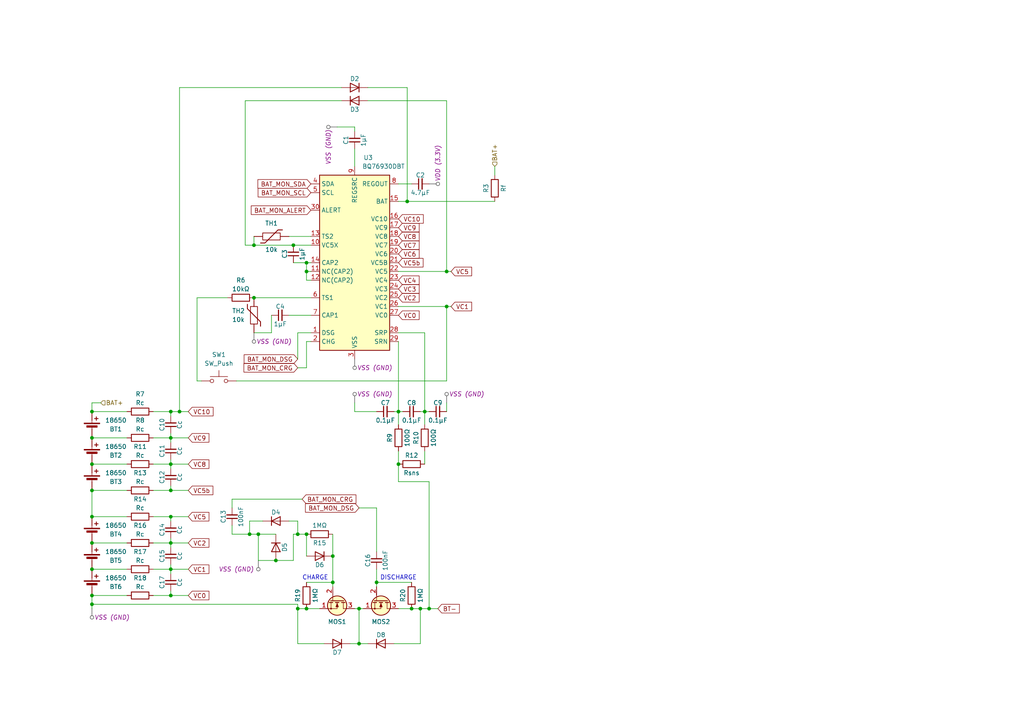
<source format=kicad_sch>
(kicad_sch (version 20231120) (generator "eeschema") (generator_version "8.0")
  (paper "A4")
  (lib_symbols
    (symbol "Battery_Management:BQ76930DBT"
      (property "Reference" "U" (at -7.62 26.67 0))
      (property "Value" "BQ76930DBT" (at 13.97 26.67 0))
      (symbol "BQ76930DBT_0_1"
        (rectangle (start -10.16 25.4) (end 10.16 -25.4) (stroke (width 0.254)) (fill (type background)))
      )
      (symbol "BQ76930DBT_1_0"
        (pin passive line (at -12.7 5.08 0) (length 2.54) (name "VC5X") (number "10"))
        (pin passive line (at -12.7 -2.54 0) (length 2.54) (name "NC(CAP2)") (number "11"))
        (pin passive line (at -12.7 -5.08 0) (length 2.54) (name "NC(CAP2)") (number "12"))
        (pin passive line (at -12.7 7.62 0) (length 2.54) (name "TS2") (number "13"))
        (pin passive line (at -12.7 0 0) (length 2.54) (name "CAP2") (number "14"))
        (pin input line (at 12.7 17.78 180) (length 2.54) (name "BAT") (number "15"))
        (pin input line (at 12.7 12.7 180) (length 2.54) (name "VC10") (number "16"))
        (pin input line (at 12.7 10.16 180) (length 2.54) (name "VC9") (number "17"))
        (pin input line (at 12.7 7.62 180) (length 2.54) (name "VC8") (number "18"))
        (pin input line (at 12.7 5.08 180) (length 2.54) (name "VC7") (number "19"))
        (pin input line (at 12.7 2.54 180) (length 2.54) (name "VC6") (number "20"))
        (pin input line (at 12.7 0 180) (length 2.54) (name "VC5B") (number "21"))
        (pin input line (at 12.7 -2.54 180) (length 2.54) (name "VC5") (number "22"))
        (pin input line (at 12.7 -5.08 180) (length 2.54) (name "VC4") (number "23"))
        (pin input line (at 12.7 -7.62 180) (length 2.54) (name "VC3") (number "24"))
        (pin input line (at 12.7 -10.16 180) (length 2.54) (name "VC2") (number "25"))
        (pin input line (at 12.7 -12.7 180) (length 2.54) (name "VC1") (number "26"))
        (pin input line (at 12.7 -15.24 180) (length 2.54) (name "VC0") (number "27"))
        (pin input line (at 12.7 -20.32 180) (length 2.54) (name "SRP") (number "28"))
        (pin input line (at 12.7 -22.86 180) (length 2.54) (name "SRN") (number "29"))
        (pin bidirectional line (at -12.7 15.24 0) (length 2.54) (name "ALERT") (number "30"))
        (pin passive line (at -12.7 -10.16 0) (length 2.54) (name "TS1") (number "6"))
        (pin passive line (at -12.7 -15.24 0) (length 2.54) (name "CAP1") (number "7"))
        (pin power_out line (at 12.7 22.86 180) (length 2.54) (name "REGOUT") (number "8"))
        (pin power_in line (at 0 27.94 270) (length 2.54) (name "REGSRC") (number "9"))
      )
      (symbol "BQ76930DBT_1_1"
        (pin output line (at -12.7 -20.32 0) (length 2.54) (name "DSG") (number "1"))
        (pin output line (at -12.7 -22.86 0) (length 2.54) (name "CHG") (number "2"))
        (pin power_in line (at 0 -27.94 90) (length 2.54) (name "VSS") (number "3"))
        (pin bidirectional line (at -12.7 22.86 0) (length 2.54) (name "SDA") (number "4"))
        (pin input line (at -12.7 20.32 0) (length 2.54) (name "SCL") (number "5"))
      )
    )
    (symbol "Device:Battery_Cell" (pin_numbers hide) (pin_names (offset 0) hide)
      (property "Reference" "BT" (at 2.54 2.54 0))
      (property "Value" "Battery_Cell" (at 2.54 0 0))
      (symbol "Battery_Cell_0_1"
        (rectangle (start -2.286 1.778) (end 2.286 1.524) (fill (type outline)))
        (rectangle (start -1.524 1.016) (end 1.524 0.508) (fill (type outline)))
        (polyline (pts (xy 0 0.762) (xy 0 0)))
        (polyline (pts (xy 0 1.778) (xy 0 2.54)))
        (polyline (pts (xy 0.762 3.048) (xy 1.778 3.048)) (stroke (width 0.254)))
        (polyline (pts (xy 1.27 3.556) (xy 1.27 2.54)) (stroke (width 0.254)))
      )
      (symbol "Battery_Cell_1_1"
        (pin passive line (at 0 5.08 270) (length 2.54) (name "+") (number "1"))
        (pin passive line (at 0 -2.54 90) (length 2.54) (name "-") (number "2"))
      )
    )
    (symbol "Device:C_Small" (pin_numbers hide) (pin_names (offset 0.254) hide)
      (property "Reference" "C" (at 0.254 1.778 0))
      (property "Value" "C_Small" (at 0.254 -2.032 0))
      (symbol "C_Small_0_1"
        (polyline (pts (xy -1.524 -0.508) (xy 1.524 -0.508)) (stroke (width 0.3302)))
        (polyline (pts (xy -1.524 0.508) (xy 1.524 0.508)) (stroke (width 0.3048)))
      )
      (symbol "C_Small_1_1"
        (pin passive line (at 0 2.54 270) (length 2.032) (name "~") (number "1"))
        (pin passive line (at 0 -2.54 90) (length 2.032) (name "~") (number "2"))
      )
    )
    (symbol "Device:D" (pin_numbers hide) (pin_names (offset 1.016) hide)
      (property "Reference" "D" (at 0 2.54 0))
      (property "Value" "D" (at 0 -2.54 0))
      (symbol "D_0_1"
        (polyline (pts (xy -1.27 1.27) (xy -1.27 -1.27)) (stroke (width 0.254)))
        (polyline (pts (xy 1.27 0) (xy -1.27 0)))
        (polyline (pts (xy 1.27 1.27) (xy 1.27 -1.27) (xy -1.27 0) (xy 1.27 1.27)) (stroke (width 0.254)))
      )
      (symbol "D_1_1"
        (pin passive line (at -3.81 0 0) (length 2.54) (name "K") (number "1"))
        (pin passive line (at 3.81 0 180) (length 2.54) (name "A") (number "2"))
      )
    )
    (symbol "Device:Thermistor" (pin_numbers hide) (pin_names (offset 0))
      (property "Reference" "TH" (at 2.54 1.27 90))
      (property "Value" "Thermistor" (at -2.54 0 90))
      (symbol "Thermistor_0_1"
        (rectangle (start -1.016 2.54) (end 1.016 -2.54) (stroke (width 0.2032)))
        (polyline (pts (xy -1.905 3.175) (xy -1.905 1.905) (xy 1.905 -1.905) (xy 1.905 -3.175) (xy 1.905 -3.175)) (stroke (width 0.254)))
      )
      (symbol "Thermistor_1_1"
        (pin passive line (at 0 5.08 270) (length 2.54) (name "~") (number "1"))
        (pin passive line (at 0 -5.08 90) (length 2.54) (name "~") (number "2"))
      )
    )
    (symbol "PCM_Transistor_MOSFET_AKL:2N6660" (pin_names hide)
      (property "Reference" "Q" (at 5.08 1.27 0))
      (property "Value" "2N6660" (at 5.08 -1.27 0))
      (symbol "2N6660_0_1"
        (polyline (pts (xy 0.254 -1.27) (xy -2.54 -1.27)))
        (polyline (pts (xy 0.254 1.905) (xy 0.254 -1.905)) (stroke (width 0.254)))
        (polyline (pts (xy 0.762 -1.778) (xy 2.54 -1.778)))
        (polyline (pts (xy 0.762 -1.27) (xy 0.762 -2.286)) (stroke (width 0.254)))
        (polyline (pts (xy 0.762 0.508) (xy 0.762 -0.508)) (stroke (width 0.254)))
        (polyline (pts (xy 0.762 2.286) (xy 0.762 1.27)) (stroke (width 0.254)))
        (polyline (pts (xy 2.54 1.778) (xy 0.762 1.778)))
        (polyline (pts (xy 2.54 2.54) (xy 2.54 1.778)))
        (polyline (pts (xy 2.54 -2.54) (xy 2.54 0) (xy 0.762 0)))
        (polyline (pts (xy 1.016 0) (xy 2.032 0.381) (xy 2.032 -0.381) (xy 1.016 0)) (fill (type outline)))
        (circle (center 1.651 0) (radius 2.794) (stroke (width 0.254)) (fill (type background)))
        (circle (center 2.54 -1.778) (radius 0.1778) (fill (type outline)))
      )
      (symbol "2N6660_1_1"
        (pin passive line (at 2.54 -5.08 90) (length 2.54) (name "S") (number "1"))
        (pin input line (at -3.81 -1.27 0) (length 2.54) (name "G") (number "2"))
        (pin passive line (at 2.54 5.08 270) (length 2.54) (name "D") (number "3"))
      )
    )
    (symbol "ScottoKeebs:Placeholder_Resistor" (pin_numbers hide) (pin_names (offset 0))
      (property "Reference" "R" (at 0 2.032 0))
      (property "Value" "Resistor" (at 0 -2.54 0))
      (symbol "Placeholder_Resistor_0_1"
        (rectangle (start 2.54 -1.016) (end -2.54 1.016) (stroke (width 0.254)))
      )
      (symbol "Placeholder_Resistor_1_1"
        (pin passive line (at -3.81 0 0) (length 1.27) (name "~") (number "1"))
        (pin passive line (at 3.81 0 180) (length 1.27) (name "~") (number "2"))
      )
    )
    (symbol "Switch:SW_Push" (pin_numbers hide) (pin_names (offset 1.016) hide)
      (property "Reference" "SW" (at 1.27 2.54 0))
      (property "Value" "SW_Push" (at 0 -1.524 0))
      (symbol "SW_Push_0_1"
        (circle (center -2.032 0) (radius 0.508))
        (polyline (pts (xy 0 1.27) (xy 0 3.048)))
        (polyline (pts (xy 2.54 1.27) (xy -2.54 1.27)))
        (circle (center 2.032 0) (radius 0.508))
        (pin passive line (at -5.08 0 0) (length 2.54) (name "1") (number "1"))
        (pin passive line (at 5.08 0 180) (length 2.54) (name "2") (number "2"))
      )
    )
  )
  (junction (at 26.67 175.26))
  (junction (at 26.67 127))
  (junction (at 88.9 76.2))
  (junction (at 49.53 157.48))
  (junction (at 96.52 168.91))
  (junction (at 26.67 157.48))
  (junction (at 72.39 154.94))
  (junction (at 26.67 172.72))
  (junction (at 129.54 88.9))
  (junction (at 49.53 165.1))
  (junction (at 26.67 165.1))
  (junction (at 26.67 119.38))
  (junction (at 26.67 142.24))
  (junction (at 49.53 149.86))
  (junction (at 124.46 176.53))
  (junction (at 88.9 78.74))
  (junction (at 49.53 172.72))
  (junction (at 104.14 176.53))
  (junction (at 49.53 127))
  (junction (at 26.67 149.86))
  (junction (at 119.38 176.53))
  (junction (at 73.66 71.12))
  (junction (at 80.01 162.56))
  (junction (at 88.9 176.53))
  (junction (at 73.66 86.36))
  (junction (at 86.36 154.94))
  (junction (at 74.93 154.94))
  (junction (at 123.19 119.38))
  (junction (at 49.53 119.38))
  (junction (at 129.54 78.74))
  (junction (at 115.57 119.38))
  (junction (at 96.52 161.29))
  (junction (at 86.36 176.53))
  (junction (at 88.9 154.94))
  (junction (at 49.53 134.62))
  (junction (at 109.22 168.91))
  (junction (at 104.14 186.69))
  (junction (at 49.53 142.24))
  (junction (at 26.67 134.62))
  (junction (at 118.11 58.42))
  (junction (at 115.57 134.62))
  (junction (at 85.09 71.12))
  (junction (at 52.07 119.38))
  (junction (at 121.92 176.53))
  (wire (pts (xy 26.67 165.1) (xy 36.83 165.1)))
  (wire (pts (xy 67.31 144.78) (xy 67.31 147.32)))
  (wire (pts (xy 104.14 176.53) (xy 105.41 176.53)))
  (wire (pts (xy 26.67 119.38) (xy 26.67 116.84)))
  (wire (pts (xy 44.45 165.1) (xy 49.53 165.1)))
  (wire (pts (xy 86.36 154.94) (xy 86.36 151.13)))
  (wire (pts (xy 26.67 119.38) (xy 36.83 119.38)))
  (wire (pts (xy 44.45 142.24) (xy 49.53 142.24)))
  (wire (pts (xy 115.57 96.52) (xy 123.19 96.52)))
  (wire (pts (xy 26.67 172.72) (xy 36.83 172.72)))
  (wire (pts (xy 86.36 154.94) (xy 88.9 154.94)))
  (wire (pts (xy 129.54 78.74) (xy 129.54 29.21)))
  (wire (pts (xy 49.53 119.38) (xy 52.07 119.38)))
  (wire (pts (xy 96.52 154.94) (xy 96.52 161.29)))
  (wire (pts (xy 129.54 29.21) (xy 106.68 29.21)))
  (wire (pts (xy 85.09 76.2) (xy 88.9 76.2)))
  (wire (pts (xy 123.19 119.38) (xy 121.92 119.38)))
  (wire (pts (xy 73.66 71.12) (xy 85.09 71.12)))
  (wire (pts (xy 88.9 106.68) (xy 88.9 99.06)))
  (wire (pts (xy 87.63 144.78) (xy 67.31 144.78)))
  (wire (pts (xy 49.53 171.45) (xy 49.53 172.72)))
  (wire (pts (xy 101.6 186.69) (xy 104.14 186.69)))
  (wire (pts (xy 44.45 172.72) (xy 49.53 172.72)))
  (wire (pts (xy 85.09 154.94) (xy 85.09 162.56)))
  (wire (pts (xy 104.14 176.53) (xy 104.14 186.69)))
  (wire (pts (xy 115.57 176.53) (xy 119.38 176.53)))
  (wire (pts (xy 118.11 25.4) (xy 118.11 58.42)))
  (wire (pts (xy 102.87 43.18) (xy 102.87 48.26)))
  (wire (pts (xy 129.54 116.84) (xy 129.54 119.38)))
  (wire (pts (xy 71.12 29.21) (xy 71.12 71.12)))
  (wire (pts (xy 71.12 71.12) (xy 73.66 71.12)))
  (wire (pts (xy 129.54 88.9) (xy 130.81 88.9)))
  (wire (pts (xy 129.54 78.74) (xy 130.81 78.74)))
  (wire (pts (xy 44.45 149.86) (xy 49.53 149.86)))
  (wire (pts (xy 72.39 154.94) (xy 74.93 154.94)))
  (wire (pts (xy 123.19 130.81) (xy 123.19 134.62)))
  (wire (pts (xy 26.67 172.72) (xy 26.67 175.26)))
  (wire (pts (xy 102.87 36.83) (xy 102.87 38.1)))
  (wire (pts (xy 44.45 119.38) (xy 49.53 119.38)))
  (wire (pts (xy 85.09 71.12) (xy 90.17 71.12)))
  (wire (pts (xy 26.67 149.86) (xy 36.83 149.86)))
  (wire (pts (xy 49.53 142.24) (xy 54.61 142.24)))
  (wire (pts (xy 78.74 96.52) (xy 73.66 96.52)))
  (wire (pts (xy 86.36 175.26) (xy 86.36 176.53)))
  (wire (pts (xy 49.53 172.72) (xy 54.61 172.72)))
  (wire (pts (xy 26.67 127) (xy 36.83 127)))
  (wire (pts (xy 78.74 91.44) (xy 78.74 96.52)))
  (wire (pts (xy 118.11 58.42) (xy 143.51 58.42)))
  (wire (pts (xy 49.53 140.97) (xy 49.53 142.24)))
  (wire (pts (xy 88.9 168.91) (xy 96.52 168.91)))
  (wire (pts (xy 52.07 119.38) (xy 52.07 25.4)))
  (wire (pts (xy 49.53 119.38) (xy 49.53 120.65)))
  (wire (pts (xy 119.38 176.53) (xy 121.92 176.53)))
  (wire (pts (xy 52.07 25.4) (xy 99.06 25.4)))
  (wire (pts (xy 26.67 142.24) (xy 26.67 149.86)))
  (wire (pts (xy 114.3 119.38) (xy 115.57 119.38)))
  (wire (pts (xy 88.9 154.94) (xy 88.9 161.29)))
  (wire (pts (xy 88.9 78.74) (xy 90.17 78.74)))
  (wire (pts (xy 49.53 157.48) (xy 54.61 157.48)))
  (wire (pts (xy 68.58 110.49) (xy 129.54 110.49)))
  (wire (pts (xy 57.15 110.49) (xy 58.42 110.49)))
  (wire (pts (xy 86.36 176.53) (xy 86.36 186.69)))
  (wire (pts (xy 118.11 58.42) (xy 115.57 58.42)))
  (wire (pts (xy 124.46 176.53) (xy 127 176.53)))
  (wire (pts (xy 26.67 116.84) (xy 29.21 116.84)))
  (wire (pts (xy 49.53 125.73) (xy 49.53 127)))
  (wire (pts (xy 97.79 36.83) (xy 102.87 36.83)))
  (wire (pts (xy 115.57 119.38) (xy 116.84 119.38)))
  (wire (pts (xy 115.57 130.81) (xy 115.57 134.62)))
  (wire (pts (xy 86.36 176.53) (xy 88.9 176.53)))
  (wire (pts (xy 74.93 162.56) (xy 74.93 154.94)))
  (wire (pts (xy 124.46 176.53) (xy 121.92 176.53)))
  (wire (pts (xy 44.45 134.62) (xy 49.53 134.62)))
  (wire (pts (xy 49.53 157.48) (xy 49.53 158.75)))
  (wire (pts (xy 88.9 99.06) (xy 90.17 99.06)))
  (wire (pts (xy 115.57 139.7) (xy 124.46 139.7)))
  (wire (pts (xy 86.36 186.69) (xy 93.98 186.69)))
  (wire (pts (xy 115.57 134.62) (xy 115.57 139.7)))
  (wire (pts (xy 123.19 119.38) (xy 123.19 123.19)))
  (wire (pts (xy 96.52 161.29) (xy 96.52 168.91)))
  (wire (pts (xy 88.9 78.74) (xy 88.9 81.28)))
  (wire (pts (xy 49.53 163.83) (xy 49.53 165.1)))
  (wire (pts (xy 73.66 68.58) (xy 73.66 71.12)))
  (wire (pts (xy 88.9 76.2) (xy 88.9 78.74)))
  (wire (pts (xy 109.22 170.18) (xy 109.22 168.91)))
  (wire (pts (xy 129.54 88.9) (xy 115.57 88.9)))
  (wire (pts (xy 124.46 139.7) (xy 124.46 176.53)))
  (wire (pts (xy 96.52 170.18) (xy 96.52 168.91)))
  (wire (pts (xy 86.36 154.94) (xy 85.09 154.94)))
  (wire (pts (xy 52.07 119.38) (xy 54.61 119.38)))
  (wire (pts (xy 49.53 127) (xy 54.61 127)))
  (wire (pts (xy 49.53 134.62) (xy 49.53 135.89)))
  (wire (pts (xy 109.22 168.91) (xy 119.38 168.91)))
  (wire (pts (xy 44.45 127) (xy 49.53 127)))
  (wire (pts (xy 109.22 147.32) (xy 109.22 160.02)))
  (wire (pts (xy 67.31 152.4) (xy 67.31 154.94)))
  (wire (pts (xy 49.53 133.35) (xy 49.53 134.62)))
  (wire (pts (xy 80.01 162.56) (xy 85.09 162.56)))
  (wire (pts (xy 86.36 151.13) (xy 83.82 151.13)))
  (wire (pts (xy 26.67 175.26) (xy 26.67 176.53)))
  (wire (pts (xy 106.68 25.4) (xy 118.11 25.4)))
  (wire (pts (xy 104.14 186.69) (xy 106.68 186.69)))
  (wire (pts (xy 99.06 29.21) (xy 71.12 29.21)))
  (wire (pts (xy 74.93 162.56) (xy 80.01 162.56)))
  (wire (pts (xy 57.15 86.36) (xy 66.04 86.36)))
  (wire (pts (xy 49.53 127) (xy 49.53 128.27)))
  (wire (pts (xy 26.67 134.62) (xy 36.83 134.62)))
  (wire (pts (xy 49.53 134.62) (xy 54.61 134.62)))
  (wire (pts (xy 26.67 142.24) (xy 36.83 142.24)))
  (wire (pts (xy 123.19 119.38) (xy 124.46 119.38)))
  (wire (pts (xy 57.15 110.49) (xy 57.15 86.36)))
  (wire (pts (xy 83.82 68.58) (xy 90.17 68.58)))
  (wire (pts (xy 49.53 156.21) (xy 49.53 157.48)))
  (wire (pts (xy 76.2 151.13) (xy 72.39 151.13)))
  (wire (pts (xy 115.57 119.38) (xy 115.57 123.19)))
  (wire (pts (xy 49.53 149.86) (xy 54.61 149.86)))
  (wire (pts (xy 115.57 99.06) (xy 115.57 119.38)))
  (wire (pts (xy 102.87 116.84) (xy 102.87 119.38)))
  (wire (pts (xy 72.39 151.13) (xy 72.39 154.94)))
  (wire (pts (xy 44.45 157.48) (xy 49.53 157.48)))
  (wire (pts (xy 102.87 119.38) (xy 109.22 119.38)))
  (wire (pts (xy 109.22 147.32) (xy 104.14 147.32)))
  (wire (pts (xy 88.9 76.2) (xy 90.17 76.2)))
  (wire (pts (xy 49.53 165.1) (xy 49.53 166.37)))
  (wire (pts (xy 88.9 81.28) (xy 90.17 81.28)))
  (wire (pts (xy 86.36 106.68) (xy 88.9 106.68)))
  (wire (pts (xy 83.82 91.44) (xy 90.17 91.44)))
  (wire (pts (xy 88.9 176.53) (xy 92.71 176.53)))
  (wire (pts (xy 115.57 53.34) (xy 119.38 53.34)))
  (wire (pts (xy 73.66 86.36) (xy 90.17 86.36)))
  (wire (pts (xy 143.51 48.26) (xy 143.51 50.8)))
  (wire (pts (xy 129.54 110.49) (xy 129.54 88.9)))
  (wire (pts (xy 49.53 165.1) (xy 54.61 165.1)))
  (wire (pts (xy 26.67 157.48) (xy 36.83 157.48)))
  (wire (pts (xy 26.67 175.26) (xy 86.36 175.26)))
  (wire (pts (xy 121.92 186.69) (xy 114.3 186.69)))
  (wire (pts (xy 121.92 176.53) (xy 121.92 186.69)))
  (wire (pts (xy 86.36 96.52) (xy 90.17 96.52)))
  (wire (pts (xy 123.19 96.52) (xy 123.19 119.38)))
  (wire (pts (xy 86.36 104.14) (xy 86.36 96.52)))
  (wire (pts (xy 115.57 78.74) (xy 129.54 78.74)))
  (wire (pts (xy 72.39 154.94) (xy 67.31 154.94)))
  (wire (pts (xy 109.22 165.1) (xy 109.22 168.91)))
  (wire (pts (xy 74.93 154.94) (xy 80.01 154.94)))
  (wire (pts (xy 102.87 176.53) (xy 104.14 176.53)))
  (wire (pts (xy 49.53 149.86) (xy 49.53 151.13)))
  (text "DISCHARGE" (at 115.57 167.64 0) (effects (font (size 1.27 1.27))))
  (text "CHARGE" (at 91.44 167.64 0) (effects (font (size 1.27 1.27))))
  (global_label "VC8" (shape input) (at 54.61 134.62 0) (property "Intersheetrefs" "${INTERSHEET_REFS}" (at 61.1633 134.62 0) (effects (justify left))))
  (global_label "BAT_MON_SDA" (shape input) (at 90.17 53.34 180) (property "Intersheetrefs" "${INTERSHEET_REFS}" (at 74.2429 53.34 0) (effects (justify right))))
  (global_label "VC2" (shape input) (at 115.57 86.36 0) (property "Intersheetrefs" "${INTERSHEET_REFS}" (at 122.1233 86.36 0) (effects (justify left))))
  (global_label "VC9" (shape input) (at 54.61 127 0) (property "Intersheetrefs" "${INTERSHEET_REFS}" (at 61.1633 127 0) (effects (justify left))))
  (global_label "BT-" (shape input) (at 127 176.53 0) (property "Intersheetrefs" "${INTERSHEET_REFS}" (at 133.7952 176.53 0) (effects (justify left))))
  (global_label "VC3" (shape input) (at 115.57 83.82 0) (property "Intersheetrefs" "${INTERSHEET_REFS}" (at 122.1233 83.82 0) (effects (justify left))))
  (global_label "VC6" (shape input) (at 115.57 73.66 0) (property "Intersheetrefs" "${INTERSHEET_REFS}" (at 122.1233 73.66 0) (effects (justify left))))
  (global_label "BAT_MON_DSG" (shape input) (at 104.14 147.32 180) (property "Intersheetrefs" "${INTERSHEET_REFS}" (at 88.0315 147.32 0) (effects (justify right))))
  (global_label "BAT_MON_CRG" (shape input) (at 87.63 144.78 0) (property "Intersheetrefs" "${INTERSHEET_REFS}" (at 103.799 144.78 0) (effects (justify left))))
  (global_label "VC9" (shape input) (at 115.57 66.04 0) (property "Intersheetrefs" "${INTERSHEET_REFS}" (at 122.1233 66.04 0) (effects (justify left))))
  (global_label "VC0" (shape input) (at 115.57 91.44 0) (property "Intersheetrefs" "${INTERSHEET_REFS}" (at 122.1233 91.44 0) (effects (justify left))))
  (global_label "VC10" (shape input) (at 115.57 63.5 0) (property "Intersheetrefs" "${INTERSHEET_REFS}" (at 123.3328 63.5 0) (effects (justify left))))
  (global_label "VC1" (shape input) (at 130.81 88.9 0) (property "Intersheetrefs" "${INTERSHEET_REFS}" (at 137.3633 88.9 0) (effects (justify left))))
  (global_label "BAT_MON_ALERT" (shape input) (at 90.17 60.96 180) (property "Intersheetrefs" "${INTERSHEET_REFS}" (at 72.3077 60.96 0) (effects (justify right))))
  (global_label "VC5" (shape input) (at 130.81 78.74 0) (property "Intersheetrefs" "${INTERSHEET_REFS}" (at 137.3633 78.74 0) (effects (justify left))))
  (global_label "VC7" (shape input) (at 115.57 71.12 0) (property "Intersheetrefs" "${INTERSHEET_REFS}" (at 122.1233 71.12 0) (effects (justify left))))
  (global_label "BAT_MON_DSG" (shape input) (at 86.36 104.14 180) (property "Intersheetrefs" "${INTERSHEET_REFS}" (at 70.2515 105.41 0) (effects (justify right))))
  (global_label "VC0" (shape input) (at 54.61 172.72 0) (property "Intersheetrefs" "${INTERSHEET_REFS}" (at 61.1633 172.72 0) (effects (justify left))))
  (global_label "VC10" (shape input) (at 54.61 119.38 0) (property "Intersheetrefs" "${INTERSHEET_REFS}" (at 62.3728 119.38 0) (effects (justify left))))
  (global_label "VC4" (shape input) (at 115.57 81.28 0) (property "Intersheetrefs" "${INTERSHEET_REFS}" (at 122.1233 81.28 0) (effects (justify left))))
  (global_label "VC2" (shape input) (at 54.61 157.48 0) (property "Intersheetrefs" "${INTERSHEET_REFS}" (at 61.1633 157.48 0) (effects (justify left))))
  (global_label "VC5" (shape input) (at 54.61 149.86 0) (property "Intersheetrefs" "${INTERSHEET_REFS}" (at 61.1633 149.86 0) (effects (justify left))))
  (global_label "VC1" (shape input) (at 54.61 165.1 0) (property "Intersheetrefs" "${INTERSHEET_REFS}" (at 61.1633 165.1 0) (effects (justify left))))
  (global_label "BAT_MON_SCL" (shape input) (at 90.17 55.88 180) (property "Intersheetrefs" "${INTERSHEET_REFS}" (at 74.3034 55.88 0) (effects (justify right))))
  (global_label "VC8" (shape input) (at 115.57 68.58 0) (property "Intersheetrefs" "${INTERSHEET_REFS}" (at 122.1233 68.58 0) (effects (justify left))))
  (global_label "BAT_MON_CRG" (shape input) (at 86.36 106.68 180) (property "Intersheetrefs" "${INTERSHEET_REFS}" (at 70.191 106.68 0) (effects (justify right))))
  (global_label "VC5b" (shape input) (at 54.61 142.24 0) (property "Intersheetrefs" "${INTERSHEET_REFS}" (at 62.3123 142.24 0) (effects (justify left))))
  (global_label "VC5b" (shape input) (at 115.57 76.2 0) (property "Intersheetrefs" "${INTERSHEET_REFS}" (at 123.2723 76.2 0) (effects (justify left))))
  (hierarchical_label "BAT+" (shape input) (at 143.51 48.26 90))
  (hierarchical_label "BAT+" (shape input) (at 29.21 116.84 0))
  (netclass_flag "" (length 2.54) (shape round) (at 74.93 162.56 180) (property "Netclass" "VSS (GND)" (at 73.66 165.1 0) (effects (font (italic yes)) (justify right))))
  (netclass_flag "" (length 2.54) (shape round) (at 102.87 116.84 0) (property "Netclass" "VSS (GND)" (at 103.5685 114.3 0) (effects (font (italic yes)) (justify left))))
  (netclass_flag "" (length 2.54) (shape round) (at 124.46 53.34 270) (property "Netclass" "VDD (3.3V)" (at 127 52.6415 90) (effects (font (italic yes)) (justify left))))
  (netclass_flag "" (length 2.54) (shape round) (at 26.67 176.53 180) (property "Netclass" "VSS (GND)" (at 27.3685 179.07 0) (effects (font (italic yes)) (justify left))))
  (netclass_flag "" (length 2.54) (shape round) (at 129.54 116.84 0) (property "Netclass" "VSS (GND)" (at 130.2385 114.3 0) (effects (font (italic yes)) (justify left))))
  (netclass_flag "" (length 2.54) (shape round) (at 73.66 96.52 180) (property "Netclass" "VSS (GND)" (at 74.3585 99.06 0) (effects (font (italic yes)) (justify left))))
  (netclass_flag "" (length 2.54) (shape round) (at 102.87 104.14 180) (property "Netclass" "VSS (GND)" (at 103.5685 106.68 0) (effects (font (italic yes)) (justify left))))
  (netclass_flag "" (length 2.54) (shape round) (at 97.79 36.83 90) (property "Netclass" "VSS (GND)" (at 95.25 37.5285 90) (effects (font (italic yes)) (justify right))))
  (symbol (lib_id "Device:C_Small") (at 49.53 130.81 180) (unit 1)
    (property "Reference" "C11" (at 46.99 130.81 90))
    (property "Value" "Cc" (at 52.07 130.81 90))
    (property "Description" "Unpolarized capacitor, small symbol" (effects (hide yes)))
  )
  (symbol (lib_id "ScottoKeebs:Placeholder_Resistor") (at 119.38 134.62 0) (unit 1)
    (property "Reference" "R12" (at 119.38 132.08 0))
    (property "Value" "Rsns" (at 119.38 137.16 0))
    (property "Description" "Resistor" (effects (hide yes)))
  )
  (symbol (lib_id "Battery_Management:BQ76930DBT") (at 102.87 76.2 0) (unit 1)
    (property "Reference" "U3" (at 105.41 45.72 0) (effects (justify left)))
    (property "Value" "BQ76930DBT" (at 105.0641 48.26 0) (effects (justify left)))
    (property "Footprint" "Package_SO:TSSOP-30_4.4x7.8mm_P0.5mm" (effects (hide yes)))
    (property "Datasheet" "http://www.ti.com/lit/ds/symlink/bq76930.pdf" (effects (hide yes)))
    (property "Description" "Lithium battery monitor, 6-10 cells, integrated balancing, I2C interface, TSSOP-30" (effects (hide yes)))
  )
  (symbol (lib_id "Device:C_Small") (at 49.53 153.67 180) (unit 1)
    (property "Reference" "C14" (at 46.99 153.67 90))
    (property "Value" "Cc" (at 52.07 153.67 90))
    (property "Description" "Unpolarized capacitor, small symbol" (effects (hide yes)))
  )
  (symbol (lib_id "Device:C_Small") (at 85.09 73.66 180) (unit 1)
    (property "Reference" "C3" (at 82.55 73.66 90))
    (property "Value" "1µF" (at 87.63 73.66 90))
    (property "Description" "Unpolarized capacitor, small symbol" (effects (hide yes)))
  )
  (symbol (lib_id "Device:C_Small") (at 67.31 149.86 180) (unit 1)
    (property "Reference" "C13" (at 64.77 149.86 90))
    (property "Value" "100nF" (at 69.85 149.86 90))
    (property "Description" "Unpolarized capacitor, small symbol" (effects (hide yes)))
  )
  (symbol (lib_id "Device:C_Small") (at 119.38 119.38 90) (unit 1)
    (property "Reference" "C8" (at 119.38 116.84 90))
    (property "Value" "0.1µF" (at 119.38 121.92 90))
    (property "Description" "Unpolarized capacitor, small symbol" (effects (hide yes)))
  )
  (symbol (lib_id "PCM_Transistor_MOSFET_AKL:2N6660") (at 97.79 173.99 270) (unit 1)
    (property "Reference" "MOS1" (at 97.79 180.34 90))
    (property "Value" "2N6660" (effects (hide yes)))
    (property "Footprint" "Package_TO_SOT_THT_AKL:TO-39-3_SGD" (effects (hide yes)))
    (property "Datasheet" "https://www.tme.eu/Document/5ed933c46c767af29b5a52c786b35e4a/2N6660.pdf" (effects (hide yes)))
    (property "Description" "TO-39 N-MOSFET enchancement mode transistor, 60V, 410mA, 6.25W, Alternate KiCAD Library" (effects (hide yes)))
  )
  (symbol (lib_id "Device:C_Small") (at 81.28 91.44 90) (unit 1)
    (property "Reference" "C4" (at 81.28 88.9 90))
    (property "Value" "1µF" (at 81.28 93.98 90))
    (property "Description" "Unpolarized capacitor, small symbol" (effects (hide yes)))
  )
  (symbol (lib_id "ScottoKeebs:Placeholder_Resistor") (at 40.64 149.86 180) (unit 1)
    (property "Reference" "R14" (at 40.64 144.78 0))
    (property "Value" "Rc" (at 40.64 147.32 0))
    (property "Description" "Resistor" (effects (hide yes)))
  )
  (symbol (lib_id "Device:D") (at 102.87 25.4 180) (unit 1)
    (property "Reference" "D2" (at 102.87 22.86 0))
    (property "Value" "D" (effects (hide yes)))
    (property "Description" "Diode" (effects (hide yes)))
    (property "Sim.Device" "D" (effects (hide yes)))
    (property "Sim.Pins" "1=K 2=A" (effects (hide yes)))
  )
  (symbol (lib_id "Device:Thermistor") (at 73.66 91.44 180) (unit 1)
    (property "Reference" "TH2" (at 67.31 90.17 0) (effects (justify right)))
    (property "Value" "10k" (at 67.31 92.71 0) (effects (justify right)))
    (property "Description" "Temperature dependent resistor" (effects (hide yes)))
  )
  (symbol (lib_id "ScottoKeebs:Placeholder_Resistor") (at 143.51 54.61 270) (unit 1)
    (property "Reference" "R3" (at 140.97 54.61 0))
    (property "Value" "Rf" (at 146.05 54.61 0))
    (property "Description" "Resistor" (effects (hide yes)))
  )
  (symbol (lib_id "Device:C_Small") (at 49.53 161.29 180) (unit 1)
    (property "Reference" "C15" (at 46.99 161.29 90))
    (property "Value" "Cc" (at 52.07 161.29 90))
    (property "Description" "Unpolarized capacitor, small symbol" (effects (hide yes)))
  )
  (symbol (lib_id "Device:Thermistor") (at 78.74 68.58 90) (unit 1)
    (property "Reference" "TH1" (at 78.74 64.77 90))
    (property "Value" "10k" (at 78.74 72.39 90))
    (property "Description" "Temperature dependent resistor" (effects (hide yes)))
  )
  (symbol (lib_id "ScottoKeebs:Placeholder_Resistor") (at 123.19 127 270) (unit 1)
    (property "Reference" "R10" (at 120.65 127 0))
    (property "Value" "100Ω" (at 125.73 127 0))
    (property "Description" "Resistor" (effects (hide yes)))
  )
  (symbol (lib_id "Device:Battery_Cell") (at 26.67 162.56 0) (unit 1)
    (property "Reference" "BT5" (at 31.75 162.56 0) (effects (justify left)))
    (property "Value" "18650" (at 30.48 160.02 0) (effects (justify left)))
    (property "Description" "Single-cell battery" (effects (hide yes)))
    (property "Sim.Device" "V" (effects (hide yes)))
    (property "Sim.Type" "DC" (effects (hide yes)))
    (property "Sim.Pins" "1=+ 2=-" (effects (hide yes)))
    (property "Sim.Params" "dc=3.7" (effects (hide yes)))
  )
  (symbol (lib_id "ScottoKeebs:Placeholder_Resistor") (at 40.64 142.24 180) (unit 1)
    (property "Reference" "R13" (at 40.64 137.16 0))
    (property "Value" "Rc" (at 40.64 139.7 0))
    (property "Description" "Resistor" (effects (hide yes)))
  )
  (symbol (lib_id "Device:Battery_Cell") (at 26.67 170.18 0) (unit 1)
    (property "Reference" "BT6" (at 31.75 170.18 0) (effects (justify left)))
    (property "Value" "18650" (at 30.48 167.64 0) (effects (justify left)))
    (property "Description" "Single-cell battery" (effects (hide yes)))
    (property "Sim.Device" "V" (effects (hide yes)))
    (property "Sim.Type" "DC" (effects (hide yes)))
    (property "Sim.Pins" "1=+ 2=-" (effects (hide yes)))
    (property "Sim.Params" "dc=3.7" (effects (hide yes)))
  )
  (symbol (lib_id "Device:Battery_Cell") (at 26.67 154.94 0) (unit 1)
    (property "Reference" "BT4" (at 31.75 154.94 0) (effects (justify left)))
    (property "Value" "18650" (at 30.48 152.4 0) (effects (justify left)))
    (property "Description" "Single-cell battery" (effects (hide yes)))
    (property "Sim.Device" "V" (effects (hide yes)))
    (property "Sim.Type" "DC" (effects (hide yes)))
    (property "Sim.Pins" "1=+ 2=-" (effects (hide yes)))
    (property "Sim.Params" "dc=3.7" (effects (hide yes)))
  )
  (symbol (lib_id "ScottoKeebs:Placeholder_Resistor") (at 92.71 154.94 0) (unit 1)
    (property "Reference" "R15" (at 92.71 157.48 0))
    (property "Value" "1MΩ" (at 92.71 152.4 0))
    (property "Description" "Resistor" (effects (hide yes)))
  )
  (symbol (lib_id "Device:D") (at 80.01 158.75 270) (unit 1)
    (property "Reference" "D5" (at 82.55 158.75 0))
    (property "Value" "D" (effects (hide yes)))
    (property "Description" "Diode" (effects (hide yes)))
    (property "Sim.Device" "D" (effects (hide yes)))
    (property "Sim.Pins" "1=K 2=A" (effects (hide yes)))
  )
  (symbol (lib_id "Device:Battery_Cell") (at 26.67 139.7 0) (unit 1)
    (property "Reference" "BT3" (at 31.75 139.7 0) (effects (justify left)))
    (property "Value" "18650" (at 30.48 137.16 0) (effects (justify left)))
    (property "Description" "Single-cell battery" (effects (hide yes)))
    (property "Sim.Device" "V" (effects (hide yes)))
    (property "Sim.Type" "DC" (effects (hide yes)))
    (property "Sim.Pins" "1=+ 2=-" (effects (hide yes)))
    (property "Sim.Params" "dc=3.7" (effects (hide yes)))
  )
  (symbol (lib_id "Device:D") (at 102.87 29.21 0) (unit 1)
    (property "Reference" "D3" (at 102.87 31.75 0))
    (property "Value" "D" (effects (hide yes)))
    (property "Description" "Diode" (effects (hide yes)))
    (property "Sim.Device" "D" (effects (hide yes)))
    (property "Sim.Pins" "1=K 2=A" (effects (hide yes)))
  )
  (symbol (lib_id "ScottoKeebs:Placeholder_Resistor") (at 40.64 119.38 180) (unit 1)
    (property "Reference" "R7" (at 40.64 114.3 0))
    (property "Value" "Rc" (at 40.64 116.84 0))
    (property "Description" "Resistor" (effects (hide yes)))
  )
  (symbol (lib_id "ScottoKeebs:Placeholder_Resistor") (at 88.9 172.72 270) (unit 1)
    (property "Reference" "R19" (at 86.36 172.72 0))
    (property "Value" "1MΩ" (at 91.44 172.72 0))
    (property "Description" "Resistor" (effects (hide yes)))
  )
  (symbol (lib_id "ScottoKeebs:Placeholder_Resistor") (at 40.64 127 180) (unit 1)
    (property "Reference" "R8" (at 40.64 121.92 0))
    (property "Value" "Rc" (at 40.64 124.46 0))
    (property "Description" "Resistor" (effects (hide yes)))
  )
  (symbol (lib_id "PCM_Transistor_MOSFET_AKL:2N6660") (at 110.49 173.99 270) (unit 1)
    (property "Reference" "MOS2" (at 110.49 180.34 90))
    (property "Value" "2N6660" (effects (hide yes)))
    (property "Footprint" "Package_TO_SOT_THT_AKL:TO-39-3_SGD" (effects (hide yes)))
    (property "Datasheet" "https://www.tme.eu/Document/5ed933c46c767af29b5a52c786b35e4a/2N6660.pdf" (effects (hide yes)))
    (property "Description" "TO-39 N-MOSFET enchancement mode transistor, 60V, 410mA, 6.25W, Alternate KiCAD Library" (effects (hide yes)))
  )
  (symbol (lib_id "ScottoKeebs:Placeholder_Resistor") (at 40.64 172.72 180) (unit 1)
    (property "Reference" "R18" (at 40.64 167.64 0))
    (property "Value" "Rc" (at 40.64 170.18 0))
    (property "Description" "Resistor" (effects (hide yes)))
  )
  (symbol (lib_id "Device:C_Small") (at 49.53 123.19 180) (unit 1)
    (property "Reference" "C10" (at 46.99 123.19 90))
    (property "Value" "Cc" (at 52.07 123.19 90))
    (property "Description" "Unpolarized capacitor, small symbol" (effects (hide yes)))
  )
  (symbol (lib_id "ScottoKeebs:Placeholder_Resistor") (at 40.64 157.48 180) (unit 1)
    (property "Reference" "R16" (at 40.64 152.4 0))
    (property "Value" "Rc" (at 40.64 154.94 0))
    (property "Description" "Resistor" (effects (hide yes)))
  )
  (symbol (lib_id "ScottoKeebs:Placeholder_Resistor") (at 40.64 165.1 180) (unit 1)
    (property "Reference" "R17" (at 40.64 160.02 0))
    (property "Value" "Rc" (at 40.64 162.56 0))
    (property "Description" "Resistor" (effects (hide yes)))
  )
  (symbol (lib_id "Device:Battery_Cell") (at 26.67 124.46 0) (unit 1)
    (property "Reference" "BT1" (at 31.75 124.46 0) (effects (justify left)))
    (property "Value" "18650" (at 30.48 121.92 0) (effects (justify left)))
    (property "Description" "Single-cell battery" (effects (hide yes)))
    (property "Sim.Device" "V" (effects (hide yes)))
    (property "Sim.Type" "DC" (effects (hide yes)))
    (property "Sim.Pins" "1=+ 2=-" (effects (hide yes)))
    (property "Sim.Params" "dc=3.7" (effects (hide yes)))
  )
  (symbol (lib_id "Device:C_Small") (at 49.53 168.91 180) (unit 1)
    (property "Reference" "C17" (at 46.99 168.91 90))
    (property "Value" "Cc" (at 52.07 168.91 90))
    (property "Description" "Unpolarized capacitor, small symbol" (effects (hide yes)))
  )
  (symbol (lib_id "ScottoKeebs:Placeholder_Resistor") (at 119.38 172.72 270) (unit 1)
    (property "Reference" "R20" (at 116.84 172.72 0))
    (property "Value" "1MΩ" (at 121.92 172.72 0))
    (property "Description" "Resistor" (effects (hide yes)))
  )
  (symbol (lib_id "Device:D") (at 110.49 186.69 0) (unit 1)
    (property "Reference" "D8" (at 110.49 184.15 0))
    (property "Value" "D" (effects (hide yes)))
    (property "Description" "Diode" (effects (hide yes)))
    (property "Sim.Device" "D" (effects (hide yes)))
    (property "Sim.Pins" "1=K 2=A" (effects (hide yes)))
  )
  (symbol (lib_id "Device:C_Small") (at 127 119.38 90) (unit 1)
    (property "Reference" "C9" (at 127 116.84 90))
    (property "Value" "0.1µF" (at 127 121.92 90))
    (property "Description" "Unpolarized capacitor, small symbol" (effects (hide yes)))
  )
  (symbol (lib_id "Device:C_Small") (at 121.92 53.34 90) (unit 1)
    (property "Reference" "C2" (at 121.92 50.8 90))
    (property "Value" "4.7µF" (at 121.92 55.88 90))
    (property "Description" "Unpolarized capacitor, small symbol" (effects (hide yes)))
  )
  (symbol (lib_id "Device:C_Small") (at 49.53 138.43 180) (unit 1)
    (property "Reference" "C12" (at 46.99 138.43 90))
    (property "Value" "Cc" (at 52.07 138.43 90))
    (property "Description" "Unpolarized capacitor, small symbol" (effects (hide yes)))
  )
  (symbol (lib_id "Device:C_Small") (at 111.76 119.38 90) (unit 1)
    (property "Reference" "C7" (at 111.76 116.84 90))
    (property "Value" "0.1µF" (at 111.76 121.92 90))
    (property "Description" "Unpolarized capacitor, small symbol" (effects (hide yes)))
  )
  (symbol (lib_id "Device:D") (at 97.79 186.69 180) (unit 1)
    (property "Reference" "D7" (at 97.79 189.23 0))
    (property "Value" "D" (effects (hide yes)))
    (property "Description" "Diode" (effects (hide yes)))
    (property "Sim.Device" "D" (effects (hide yes)))
    (property "Sim.Pins" "1=K 2=A" (effects (hide yes)))
  )
  (symbol (lib_id "ScottoKeebs:Placeholder_Resistor") (at 40.64 134.62 180) (unit 1)
    (property "Reference" "R11" (at 40.64 129.54 0))
    (property "Value" "Rc" (at 40.64 132.08 0))
    (property "Description" "Resistor" (effects (hide yes)))
  )
  (symbol (lib_id "Device:D") (at 80.01 151.13 0) (unit 1)
    (property "Reference" "D4" (at 80.01 148.59 0))
    (property "Value" "D" (effects (hide yes)))
    (property "Description" "Diode" (effects (hide yes)))
    (property "Sim.Device" "D" (effects (hide yes)))
    (property "Sim.Pins" "1=K 2=A" (effects (hide yes)))
  )
  (symbol (lib_id "Device:C_Small") (at 109.22 162.56 180) (unit 1)
    (property "Reference" "C16" (at 106.68 162.56 90))
    (property "Value" "100nF" (at 111.76 162.56 90))
    (property "Description" "Unpolarized capacitor, small symbol" (effects (hide yes)))
  )
  (symbol (lib_id "ScottoKeebs:Placeholder_Resistor") (at 115.57 127 270) (unit 1)
    (property "Reference" "R9" (at 113.03 127 0))
    (property "Value" "100Ω" (at 118.11 127 0))
    (property "Description" "Resistor" (effects (hide yes)))
  )
  (symbol (lib_id "ScottoKeebs:Placeholder_Resistor") (at 69.85 86.36 180) (unit 1)
    (property "Reference" "R6" (at 69.85 81.28 0))
    (property "Value" "10kΩ" (at 69.85 83.82 0))
    (property "Description" "Resistor" (effects (hide yes)))
  )
  (symbol (lib_id "Device:D") (at 92.71 161.29 180) (unit 1)
    (property "Reference" "D6" (at 92.71 163.83 0))
    (property "Value" "D" (effects (hide yes)))
    (property "Description" "Diode" (effects (hide yes)))
    (property "Sim.Device" "D" (effects (hide yes)))
    (property "Sim.Pins" "1=K 2=A" (effects (hide yes)))
  )
  (symbol (lib_id "Switch:SW_Push") (at 63.5 110.49 0) (unit 1)
    (property "Reference" "SW1" (at 63.5 102.87 0))
    (property "Value" "SW_Push" (at 63.5 105.41 0))
    (property "Description" "Push button switch, generic, two pins" (effects (hide yes)))
  )
  (symbol (lib_id "Device:Battery_Cell") (at 26.67 132.08 0) (unit 1)
    (property "Reference" "BT2" (at 31.75 132.08 0) (effects (justify left)))
    (property "Value" "18650" (at 30.48 129.54 0) (effects (justify left)))
    (property "Description" "Single-cell battery" (effects (hide yes)))
    (property "Sim.Device" "V" (effects (hide yes)))
    (property "Sim.Type" "DC" (effects (hide yes)))
    (property "Sim.Pins" "1=+ 2=-" (effects (hide yes)))
    (property "Sim.Params" "dc=3.7" (effects (hide yes)))
  )
  (symbol (lib_id "Device:C_Small") (at 102.87 40.64 180) (unit 1)
    (property "Reference" "C1" (at 100.33 40.64 90))
    (property "Value" "1µF" (at 105.41 40.64 90))
    (property "Description" "Unpolarized capacitor, small symbol" (effects (hide yes)))
  )
)
</source>
